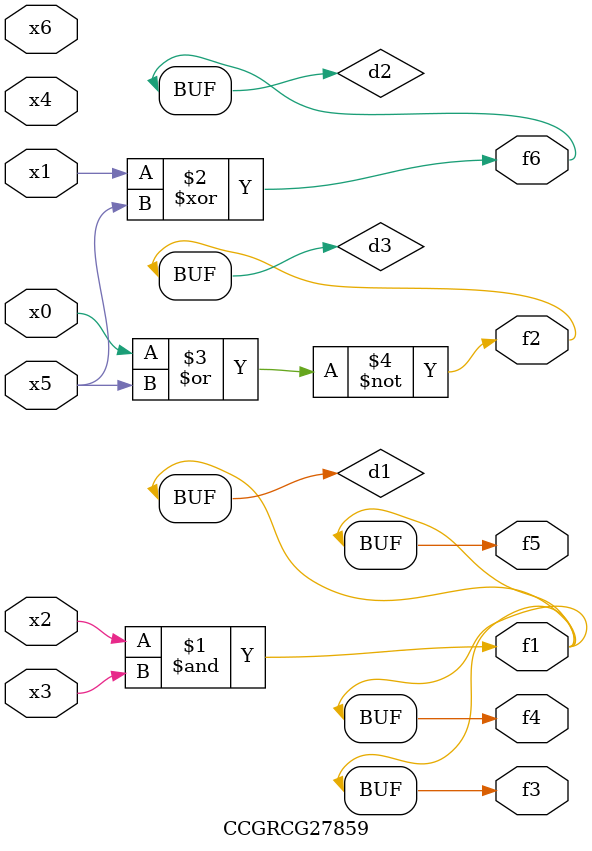
<source format=v>
module CCGRCG27859(
	input x0, x1, x2, x3, x4, x5, x6,
	output f1, f2, f3, f4, f5, f6
);

	wire d1, d2, d3;

	and (d1, x2, x3);
	xor (d2, x1, x5);
	nor (d3, x0, x5);
	assign f1 = d1;
	assign f2 = d3;
	assign f3 = d1;
	assign f4 = d1;
	assign f5 = d1;
	assign f6 = d2;
endmodule

</source>
